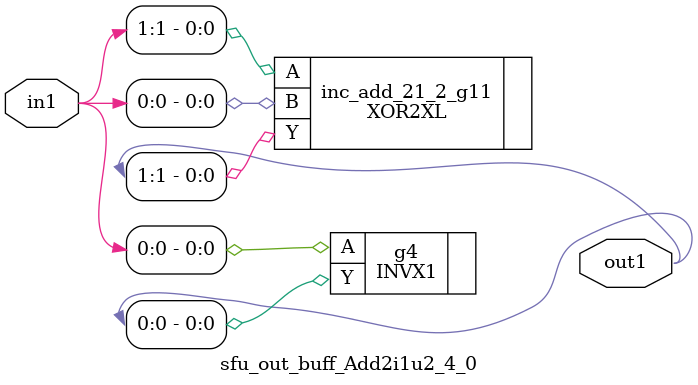
<source format=v>
`timescale 1ps / 1ps


module sfu_out_buff_Add2i1u2_4_0(in1, out1);
  input [1:0] in1;
  output [1:0] out1;
  wire [1:0] in1;
  wire [1:0] out1;
  INVX1 g4(.A (in1[0]), .Y (out1[0]));
  XOR2XL inc_add_21_2_g11(.A (in1[1]), .B (in1[0]), .Y (out1[1]));
endmodule



</source>
